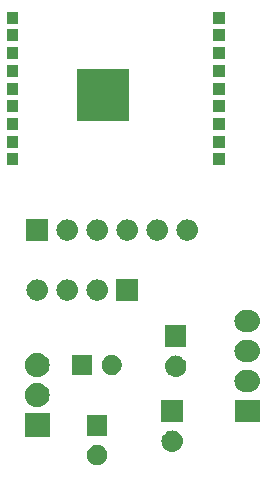
<source format=gbr>
G04 #@! TF.GenerationSoftware,KiCad,Pcbnew,5.0.2+dfsg1-1*
G04 #@! TF.CreationDate,2019-05-02T19:47:23-04:00*
G04 #@! TF.ProjectId,v1,76312e6b-6963-4616-945f-706362585858,rev?*
G04 #@! TF.SameCoordinates,Original*
G04 #@! TF.FileFunction,Soldermask,Bot*
G04 #@! TF.FilePolarity,Negative*
%FSLAX46Y46*%
G04 Gerber Fmt 4.6, Leading zero omitted, Abs format (unit mm)*
G04 Created by KiCad (PCBNEW 5.0.2+dfsg1-1) date Thu 02 May 2019 07:47:23 PM EDT*
%MOMM*%
%LPD*%
G01*
G04 APERTURE LIST*
%ADD10C,0.100000*%
G04 APERTURE END LIST*
D10*
G36*
X112969127Y-124819287D02*
X113123999Y-124883437D01*
X113263380Y-124976569D01*
X113381914Y-125095103D01*
X113475046Y-125234484D01*
X113539196Y-125389356D01*
X113571899Y-125553768D01*
X113571899Y-125721400D01*
X113539196Y-125885812D01*
X113475046Y-126040684D01*
X113381914Y-126180065D01*
X113263380Y-126298599D01*
X113123999Y-126391731D01*
X112969127Y-126455881D01*
X112804715Y-126488584D01*
X112637083Y-126488584D01*
X112472671Y-126455881D01*
X112317799Y-126391731D01*
X112178418Y-126298599D01*
X112059884Y-126180065D01*
X111966752Y-126040684D01*
X111902602Y-125885812D01*
X111869899Y-125721400D01*
X111869899Y-125553768D01*
X111902602Y-125389356D01*
X111966752Y-125234484D01*
X112059884Y-125095103D01*
X112178418Y-124976569D01*
X112317799Y-124883437D01*
X112472671Y-124819287D01*
X112637083Y-124786584D01*
X112804715Y-124786584D01*
X112969127Y-124819287D01*
X112969127Y-124819287D01*
G37*
G36*
X119181341Y-123565518D02*
X119247526Y-123572037D01*
X119360752Y-123606384D01*
X119417366Y-123623557D01*
X119555986Y-123697652D01*
X119573890Y-123707222D01*
X119609628Y-123736552D01*
X119711085Y-123819814D01*
X119794347Y-123921271D01*
X119823677Y-123957009D01*
X119823678Y-123957011D01*
X119907342Y-124113533D01*
X119907342Y-124113534D01*
X119958862Y-124283373D01*
X119976258Y-124460000D01*
X119958862Y-124636627D01*
X119924515Y-124749853D01*
X119907342Y-124806467D01*
X119833247Y-124945087D01*
X119823677Y-124962991D01*
X119812533Y-124976570D01*
X119711085Y-125100186D01*
X119609628Y-125183448D01*
X119573890Y-125212778D01*
X119573888Y-125212779D01*
X119417366Y-125296443D01*
X119360752Y-125313616D01*
X119247526Y-125347963D01*
X119181341Y-125354482D01*
X119115159Y-125361000D01*
X119026639Y-125361000D01*
X118960457Y-125354482D01*
X118894272Y-125347963D01*
X118781046Y-125313616D01*
X118724432Y-125296443D01*
X118567910Y-125212779D01*
X118567908Y-125212778D01*
X118532170Y-125183448D01*
X118430713Y-125100186D01*
X118329265Y-124976570D01*
X118318121Y-124962991D01*
X118308551Y-124945087D01*
X118234456Y-124806467D01*
X118217283Y-124749853D01*
X118182936Y-124636627D01*
X118165540Y-124460000D01*
X118182936Y-124283373D01*
X118234456Y-124113534D01*
X118234456Y-124113533D01*
X118318120Y-123957011D01*
X118318121Y-123957009D01*
X118347451Y-123921271D01*
X118430713Y-123819814D01*
X118532170Y-123736552D01*
X118567908Y-123707222D01*
X118585812Y-123697652D01*
X118724432Y-123623557D01*
X118781046Y-123606384D01*
X118894272Y-123572037D01*
X118960457Y-123565518D01*
X119026639Y-123559000D01*
X119115159Y-123559000D01*
X119181341Y-123565518D01*
X119181341Y-123565518D01*
G37*
G36*
X108691899Y-124101084D02*
X106589899Y-124101084D01*
X106589899Y-122094084D01*
X108691899Y-122094084D01*
X108691899Y-124101084D01*
X108691899Y-124101084D01*
G37*
G36*
X113571899Y-123988584D02*
X111869899Y-123988584D01*
X111869899Y-122286584D01*
X113571899Y-122286584D01*
X113571899Y-123988584D01*
X113571899Y-123988584D01*
G37*
G36*
X126487899Y-122834600D02*
X124353899Y-122834600D01*
X124353899Y-121005400D01*
X126487899Y-121005400D01*
X126487899Y-122834600D01*
X126487899Y-122834600D01*
G37*
G36*
X119971899Y-122821000D02*
X118169899Y-122821000D01*
X118169899Y-121019000D01*
X119971899Y-121019000D01*
X119971899Y-122821000D01*
X119971899Y-122821000D01*
G37*
G36*
X107790582Y-119559293D02*
X107885119Y-119568604D01*
X108074280Y-119625985D01*
X108248611Y-119719167D01*
X108401414Y-119844569D01*
X108526816Y-119997372D01*
X108619998Y-120171703D01*
X108677379Y-120360864D01*
X108696754Y-120557584D01*
X108677379Y-120754304D01*
X108619998Y-120943465D01*
X108526816Y-121117796D01*
X108401414Y-121270599D01*
X108248611Y-121396001D01*
X108074280Y-121489183D01*
X107885119Y-121546564D01*
X107796663Y-121555276D01*
X107737695Y-121561084D01*
X107544103Y-121561084D01*
X107485135Y-121555276D01*
X107396679Y-121546564D01*
X107207518Y-121489183D01*
X107033187Y-121396001D01*
X106880384Y-121270599D01*
X106754982Y-121117796D01*
X106661800Y-120943465D01*
X106604419Y-120754304D01*
X106585044Y-120557584D01*
X106604419Y-120360864D01*
X106661800Y-120171703D01*
X106754982Y-119997372D01*
X106880384Y-119844569D01*
X107033187Y-119719167D01*
X107207518Y-119625985D01*
X107396679Y-119568604D01*
X107491216Y-119559293D01*
X107544103Y-119554084D01*
X107737695Y-119554084D01*
X107790582Y-119559293D01*
X107790582Y-119559293D01*
G37*
G36*
X125752593Y-118478633D02*
X125924993Y-118530931D01*
X125924995Y-118530932D01*
X126083882Y-118615859D01*
X126223148Y-118730151D01*
X126331992Y-118862778D01*
X126337439Y-118869416D01*
X126422368Y-119028306D01*
X126474666Y-119200706D01*
X126492324Y-119380000D01*
X126474666Y-119559294D01*
X126426168Y-119719167D01*
X126422367Y-119731696D01*
X126337440Y-119890583D01*
X126223148Y-120029849D01*
X126083882Y-120144141D01*
X126032317Y-120171703D01*
X125924993Y-120229069D01*
X125752593Y-120281367D01*
X125618230Y-120294600D01*
X125223568Y-120294600D01*
X125089205Y-120281367D01*
X124916805Y-120229069D01*
X124809481Y-120171703D01*
X124757916Y-120144141D01*
X124618650Y-120029849D01*
X124504358Y-119890583D01*
X124419431Y-119731696D01*
X124415630Y-119719167D01*
X124367132Y-119559294D01*
X124349474Y-119380000D01*
X124367132Y-119200706D01*
X124419430Y-119028306D01*
X124504359Y-118869416D01*
X124509807Y-118862778D01*
X124618650Y-118730151D01*
X124757916Y-118615859D01*
X124916803Y-118530932D01*
X124916805Y-118530931D01*
X125089205Y-118478633D01*
X125223568Y-118465400D01*
X125618230Y-118465400D01*
X125752593Y-118478633D01*
X125752593Y-118478633D01*
G37*
G36*
X107790582Y-117019293D02*
X107885119Y-117028604D01*
X108074280Y-117085985D01*
X108248611Y-117179167D01*
X108401414Y-117304569D01*
X108526816Y-117457372D01*
X108619998Y-117631703D01*
X108677379Y-117820864D01*
X108696754Y-118017584D01*
X108677379Y-118214304D01*
X108619998Y-118403465D01*
X108526816Y-118577796D01*
X108401414Y-118730599D01*
X108248611Y-118856001D01*
X108074280Y-118949183D01*
X107885119Y-119006564D01*
X107796663Y-119015276D01*
X107737695Y-119021084D01*
X107544103Y-119021084D01*
X107485135Y-119015276D01*
X107396679Y-119006564D01*
X107207518Y-118949183D01*
X107033187Y-118856001D01*
X106880384Y-118730599D01*
X106754982Y-118577796D01*
X106661800Y-118403465D01*
X106604419Y-118214304D01*
X106585044Y-118017584D01*
X106604419Y-117820864D01*
X106661800Y-117631703D01*
X106754982Y-117457372D01*
X106880384Y-117304569D01*
X107033187Y-117179167D01*
X107207518Y-117085985D01*
X107396679Y-117028604D01*
X107491216Y-117019293D01*
X107544103Y-117014084D01*
X107737695Y-117014084D01*
X107790582Y-117019293D01*
X107790582Y-117019293D01*
G37*
G36*
X119490443Y-117215519D02*
X119556627Y-117222037D01*
X119669853Y-117256384D01*
X119726467Y-117273557D01*
X119865087Y-117347652D01*
X119882991Y-117357222D01*
X119918729Y-117386552D01*
X120020186Y-117469814D01*
X120103448Y-117571271D01*
X120132778Y-117607009D01*
X120142348Y-117624913D01*
X120216443Y-117763533D01*
X120216443Y-117763534D01*
X120267963Y-117933373D01*
X120285359Y-118110000D01*
X120267963Y-118286627D01*
X120233616Y-118399853D01*
X120216443Y-118456467D01*
X120176640Y-118530932D01*
X120132778Y-118612991D01*
X120130424Y-118615859D01*
X120020186Y-118750186D01*
X119918729Y-118833448D01*
X119882991Y-118862778D01*
X119882989Y-118862779D01*
X119726467Y-118946443D01*
X119669853Y-118963616D01*
X119556627Y-118997963D01*
X119490443Y-119004481D01*
X119424260Y-119011000D01*
X119335740Y-119011000D01*
X119269557Y-119004481D01*
X119203373Y-118997963D01*
X119090147Y-118963616D01*
X119033533Y-118946443D01*
X118877011Y-118862779D01*
X118877009Y-118862778D01*
X118841271Y-118833448D01*
X118739814Y-118750186D01*
X118629576Y-118615859D01*
X118627222Y-118612991D01*
X118583360Y-118530932D01*
X118543557Y-118456467D01*
X118526384Y-118399853D01*
X118492037Y-118286627D01*
X118474641Y-118110000D01*
X118492037Y-117933373D01*
X118543557Y-117763534D01*
X118543557Y-117763533D01*
X118617652Y-117624913D01*
X118627222Y-117607009D01*
X118656552Y-117571271D01*
X118739814Y-117469814D01*
X118841271Y-117386552D01*
X118877009Y-117357222D01*
X118894913Y-117347652D01*
X119033533Y-117273557D01*
X119090147Y-117256384D01*
X119203373Y-117222037D01*
X119269557Y-117215519D01*
X119335740Y-117209000D01*
X119424260Y-117209000D01*
X119490443Y-117215519D01*
X119490443Y-117215519D01*
G37*
G36*
X114199127Y-117199287D02*
X114353999Y-117263437D01*
X114493380Y-117356569D01*
X114611914Y-117475103D01*
X114705046Y-117614484D01*
X114769196Y-117769356D01*
X114801899Y-117933768D01*
X114801899Y-118101400D01*
X114769196Y-118265812D01*
X114705046Y-118420684D01*
X114611914Y-118560065D01*
X114493380Y-118678599D01*
X114353999Y-118771731D01*
X114199127Y-118835881D01*
X114034715Y-118868584D01*
X113867083Y-118868584D01*
X113702671Y-118835881D01*
X113547799Y-118771731D01*
X113408418Y-118678599D01*
X113289884Y-118560065D01*
X113196752Y-118420684D01*
X113132602Y-118265812D01*
X113099899Y-118101400D01*
X113099899Y-117933768D01*
X113132602Y-117769356D01*
X113196752Y-117614484D01*
X113289884Y-117475103D01*
X113408418Y-117356569D01*
X113547799Y-117263437D01*
X113702671Y-117199287D01*
X113867083Y-117166584D01*
X114034715Y-117166584D01*
X114199127Y-117199287D01*
X114199127Y-117199287D01*
G37*
G36*
X112301899Y-118868584D02*
X110599899Y-118868584D01*
X110599899Y-117166584D01*
X112301899Y-117166584D01*
X112301899Y-118868584D01*
X112301899Y-118868584D01*
G37*
G36*
X125752593Y-115938633D02*
X125924993Y-115990931D01*
X125924995Y-115990932D01*
X126083882Y-116075859D01*
X126083884Y-116075860D01*
X126083883Y-116075860D01*
X126223148Y-116190151D01*
X126337439Y-116329416D01*
X126422368Y-116488306D01*
X126474666Y-116660706D01*
X126492324Y-116840000D01*
X126474666Y-117019294D01*
X126429985Y-117166584D01*
X126422367Y-117191696D01*
X126337440Y-117350583D01*
X126223148Y-117489849D01*
X126083882Y-117604141D01*
X126032317Y-117631703D01*
X125924993Y-117689069D01*
X125752593Y-117741367D01*
X125618230Y-117754600D01*
X125223568Y-117754600D01*
X125089205Y-117741367D01*
X124916805Y-117689069D01*
X124809481Y-117631703D01*
X124757916Y-117604141D01*
X124618650Y-117489849D01*
X124504358Y-117350583D01*
X124419431Y-117191696D01*
X124411813Y-117166584D01*
X124367132Y-117019294D01*
X124349474Y-116840000D01*
X124367132Y-116660706D01*
X124419430Y-116488306D01*
X124504359Y-116329416D01*
X124618650Y-116190151D01*
X124757915Y-116075860D01*
X124757914Y-116075860D01*
X124757916Y-116075859D01*
X124916803Y-115990932D01*
X124916805Y-115990931D01*
X125089205Y-115938633D01*
X125223568Y-115925400D01*
X125618230Y-115925400D01*
X125752593Y-115938633D01*
X125752593Y-115938633D01*
G37*
G36*
X120281000Y-116471000D02*
X118479000Y-116471000D01*
X118479000Y-114669000D01*
X120281000Y-114669000D01*
X120281000Y-116471000D01*
X120281000Y-116471000D01*
G37*
G36*
X125752593Y-113398633D02*
X125924993Y-113450931D01*
X125924995Y-113450932D01*
X126083882Y-113535859D01*
X126083884Y-113535860D01*
X126083883Y-113535860D01*
X126223148Y-113650151D01*
X126337439Y-113789416D01*
X126422368Y-113948306D01*
X126474666Y-114120706D01*
X126492324Y-114300000D01*
X126474666Y-114479294D01*
X126422368Y-114651694D01*
X126422367Y-114651696D01*
X126337440Y-114810583D01*
X126223148Y-114949849D01*
X126083882Y-115064141D01*
X125924995Y-115149068D01*
X125924993Y-115149069D01*
X125752593Y-115201367D01*
X125618230Y-115214600D01*
X125223568Y-115214600D01*
X125089205Y-115201367D01*
X124916805Y-115149069D01*
X124916803Y-115149068D01*
X124757916Y-115064141D01*
X124618650Y-114949849D01*
X124504358Y-114810583D01*
X124419431Y-114651696D01*
X124419430Y-114651694D01*
X124367132Y-114479294D01*
X124349474Y-114300000D01*
X124367132Y-114120706D01*
X124419430Y-113948306D01*
X124504359Y-113789416D01*
X124618650Y-113650151D01*
X124757915Y-113535860D01*
X124757914Y-113535860D01*
X124757916Y-113535859D01*
X124916803Y-113450932D01*
X124916805Y-113450931D01*
X125089205Y-113398633D01*
X125223568Y-113385400D01*
X125618230Y-113385400D01*
X125752593Y-113398633D01*
X125752593Y-113398633D01*
G37*
G36*
X116161899Y-112568584D02*
X114359899Y-112568584D01*
X114359899Y-110766584D01*
X116161899Y-110766584D01*
X116161899Y-112568584D01*
X116161899Y-112568584D01*
G37*
G36*
X112831341Y-110773102D02*
X112897526Y-110779621D01*
X113010752Y-110813968D01*
X113067366Y-110831141D01*
X113205986Y-110905236D01*
X113223890Y-110914806D01*
X113259628Y-110944136D01*
X113361085Y-111027398D01*
X113444347Y-111128855D01*
X113473677Y-111164593D01*
X113473678Y-111164595D01*
X113557342Y-111321117D01*
X113557342Y-111321118D01*
X113608862Y-111490957D01*
X113626258Y-111667584D01*
X113608862Y-111844211D01*
X113574515Y-111957437D01*
X113557342Y-112014051D01*
X113483247Y-112152671D01*
X113473677Y-112170575D01*
X113444347Y-112206313D01*
X113361085Y-112307770D01*
X113259628Y-112391032D01*
X113223890Y-112420362D01*
X113223888Y-112420363D01*
X113067366Y-112504027D01*
X113010752Y-112521200D01*
X112897526Y-112555547D01*
X112831342Y-112562065D01*
X112765159Y-112568584D01*
X112676639Y-112568584D01*
X112610456Y-112562065D01*
X112544272Y-112555547D01*
X112431046Y-112521200D01*
X112374432Y-112504027D01*
X112217910Y-112420363D01*
X112217908Y-112420362D01*
X112182170Y-112391032D01*
X112080713Y-112307770D01*
X111997451Y-112206313D01*
X111968121Y-112170575D01*
X111958551Y-112152671D01*
X111884456Y-112014051D01*
X111867283Y-111957437D01*
X111832936Y-111844211D01*
X111815540Y-111667584D01*
X111832936Y-111490957D01*
X111884456Y-111321118D01*
X111884456Y-111321117D01*
X111968120Y-111164595D01*
X111968121Y-111164593D01*
X111997451Y-111128855D01*
X112080713Y-111027398D01*
X112182170Y-110944136D01*
X112217908Y-110914806D01*
X112235812Y-110905236D01*
X112374432Y-110831141D01*
X112431046Y-110813968D01*
X112544272Y-110779621D01*
X112610457Y-110773102D01*
X112676639Y-110766584D01*
X112765159Y-110766584D01*
X112831341Y-110773102D01*
X112831341Y-110773102D01*
G37*
G36*
X107751341Y-110773102D02*
X107817526Y-110779621D01*
X107930752Y-110813968D01*
X107987366Y-110831141D01*
X108125986Y-110905236D01*
X108143890Y-110914806D01*
X108179628Y-110944136D01*
X108281085Y-111027398D01*
X108364347Y-111128855D01*
X108393677Y-111164593D01*
X108393678Y-111164595D01*
X108477342Y-111321117D01*
X108477342Y-111321118D01*
X108528862Y-111490957D01*
X108546258Y-111667584D01*
X108528862Y-111844211D01*
X108494515Y-111957437D01*
X108477342Y-112014051D01*
X108403247Y-112152671D01*
X108393677Y-112170575D01*
X108364347Y-112206313D01*
X108281085Y-112307770D01*
X108179628Y-112391032D01*
X108143890Y-112420362D01*
X108143888Y-112420363D01*
X107987366Y-112504027D01*
X107930752Y-112521200D01*
X107817526Y-112555547D01*
X107751342Y-112562065D01*
X107685159Y-112568584D01*
X107596639Y-112568584D01*
X107530456Y-112562065D01*
X107464272Y-112555547D01*
X107351046Y-112521200D01*
X107294432Y-112504027D01*
X107137910Y-112420363D01*
X107137908Y-112420362D01*
X107102170Y-112391032D01*
X107000713Y-112307770D01*
X106917451Y-112206313D01*
X106888121Y-112170575D01*
X106878551Y-112152671D01*
X106804456Y-112014051D01*
X106787283Y-111957437D01*
X106752936Y-111844211D01*
X106735540Y-111667584D01*
X106752936Y-111490957D01*
X106804456Y-111321118D01*
X106804456Y-111321117D01*
X106888120Y-111164595D01*
X106888121Y-111164593D01*
X106917451Y-111128855D01*
X107000713Y-111027398D01*
X107102170Y-110944136D01*
X107137908Y-110914806D01*
X107155812Y-110905236D01*
X107294432Y-110831141D01*
X107351046Y-110813968D01*
X107464272Y-110779621D01*
X107530457Y-110773102D01*
X107596639Y-110766584D01*
X107685159Y-110766584D01*
X107751341Y-110773102D01*
X107751341Y-110773102D01*
G37*
G36*
X110291341Y-110773102D02*
X110357526Y-110779621D01*
X110470752Y-110813968D01*
X110527366Y-110831141D01*
X110665986Y-110905236D01*
X110683890Y-110914806D01*
X110719628Y-110944136D01*
X110821085Y-111027398D01*
X110904347Y-111128855D01*
X110933677Y-111164593D01*
X110933678Y-111164595D01*
X111017342Y-111321117D01*
X111017342Y-111321118D01*
X111068862Y-111490957D01*
X111086258Y-111667584D01*
X111068862Y-111844211D01*
X111034515Y-111957437D01*
X111017342Y-112014051D01*
X110943247Y-112152671D01*
X110933677Y-112170575D01*
X110904347Y-112206313D01*
X110821085Y-112307770D01*
X110719628Y-112391032D01*
X110683890Y-112420362D01*
X110683888Y-112420363D01*
X110527366Y-112504027D01*
X110470752Y-112521200D01*
X110357526Y-112555547D01*
X110291342Y-112562065D01*
X110225159Y-112568584D01*
X110136639Y-112568584D01*
X110070456Y-112562065D01*
X110004272Y-112555547D01*
X109891046Y-112521200D01*
X109834432Y-112504027D01*
X109677910Y-112420363D01*
X109677908Y-112420362D01*
X109642170Y-112391032D01*
X109540713Y-112307770D01*
X109457451Y-112206313D01*
X109428121Y-112170575D01*
X109418551Y-112152671D01*
X109344456Y-112014051D01*
X109327283Y-111957437D01*
X109292936Y-111844211D01*
X109275540Y-111667584D01*
X109292936Y-111490957D01*
X109344456Y-111321118D01*
X109344456Y-111321117D01*
X109428120Y-111164595D01*
X109428121Y-111164593D01*
X109457451Y-111128855D01*
X109540713Y-111027398D01*
X109642170Y-110944136D01*
X109677908Y-110914806D01*
X109695812Y-110905236D01*
X109834432Y-110831141D01*
X109891046Y-110813968D01*
X110004272Y-110779621D01*
X110070457Y-110773102D01*
X110136639Y-110766584D01*
X110225159Y-110766584D01*
X110291341Y-110773102D01*
X110291341Y-110773102D01*
G37*
G36*
X117911341Y-105693102D02*
X117977526Y-105699621D01*
X118090752Y-105733968D01*
X118147366Y-105751141D01*
X118285986Y-105825236D01*
X118303890Y-105834806D01*
X118339628Y-105864136D01*
X118441085Y-105947398D01*
X118524347Y-106048855D01*
X118553677Y-106084593D01*
X118553678Y-106084595D01*
X118637342Y-106241117D01*
X118637342Y-106241118D01*
X118688862Y-106410957D01*
X118706258Y-106587584D01*
X118688862Y-106764211D01*
X118654515Y-106877437D01*
X118637342Y-106934051D01*
X118563247Y-107072671D01*
X118553677Y-107090575D01*
X118524347Y-107126313D01*
X118441085Y-107227770D01*
X118339628Y-107311032D01*
X118303890Y-107340362D01*
X118303888Y-107340363D01*
X118147366Y-107424027D01*
X118090752Y-107441200D01*
X117977526Y-107475547D01*
X117911341Y-107482066D01*
X117845159Y-107488584D01*
X117756639Y-107488584D01*
X117690457Y-107482066D01*
X117624272Y-107475547D01*
X117511046Y-107441200D01*
X117454432Y-107424027D01*
X117297910Y-107340363D01*
X117297908Y-107340362D01*
X117262170Y-107311032D01*
X117160713Y-107227770D01*
X117077451Y-107126313D01*
X117048121Y-107090575D01*
X117038551Y-107072671D01*
X116964456Y-106934051D01*
X116947283Y-106877437D01*
X116912936Y-106764211D01*
X116895540Y-106587584D01*
X116912936Y-106410957D01*
X116964456Y-106241118D01*
X116964456Y-106241117D01*
X117048120Y-106084595D01*
X117048121Y-106084593D01*
X117077451Y-106048855D01*
X117160713Y-105947398D01*
X117262170Y-105864136D01*
X117297908Y-105834806D01*
X117315812Y-105825236D01*
X117454432Y-105751141D01*
X117511046Y-105733968D01*
X117624272Y-105699621D01*
X117690457Y-105693102D01*
X117756639Y-105686584D01*
X117845159Y-105686584D01*
X117911341Y-105693102D01*
X117911341Y-105693102D01*
G37*
G36*
X115371341Y-105693102D02*
X115437526Y-105699621D01*
X115550752Y-105733968D01*
X115607366Y-105751141D01*
X115745986Y-105825236D01*
X115763890Y-105834806D01*
X115799628Y-105864136D01*
X115901085Y-105947398D01*
X115984347Y-106048855D01*
X116013677Y-106084593D01*
X116013678Y-106084595D01*
X116097342Y-106241117D01*
X116097342Y-106241118D01*
X116148862Y-106410957D01*
X116166258Y-106587584D01*
X116148862Y-106764211D01*
X116114515Y-106877437D01*
X116097342Y-106934051D01*
X116023247Y-107072671D01*
X116013677Y-107090575D01*
X115984347Y-107126313D01*
X115901085Y-107227770D01*
X115799628Y-107311032D01*
X115763890Y-107340362D01*
X115763888Y-107340363D01*
X115607366Y-107424027D01*
X115550752Y-107441200D01*
X115437526Y-107475547D01*
X115371341Y-107482066D01*
X115305159Y-107488584D01*
X115216639Y-107488584D01*
X115150457Y-107482066D01*
X115084272Y-107475547D01*
X114971046Y-107441200D01*
X114914432Y-107424027D01*
X114757910Y-107340363D01*
X114757908Y-107340362D01*
X114722170Y-107311032D01*
X114620713Y-107227770D01*
X114537451Y-107126313D01*
X114508121Y-107090575D01*
X114498551Y-107072671D01*
X114424456Y-106934051D01*
X114407283Y-106877437D01*
X114372936Y-106764211D01*
X114355540Y-106587584D01*
X114372936Y-106410957D01*
X114424456Y-106241118D01*
X114424456Y-106241117D01*
X114508120Y-106084595D01*
X114508121Y-106084593D01*
X114537451Y-106048855D01*
X114620713Y-105947398D01*
X114722170Y-105864136D01*
X114757908Y-105834806D01*
X114775812Y-105825236D01*
X114914432Y-105751141D01*
X114971046Y-105733968D01*
X115084272Y-105699621D01*
X115150457Y-105693102D01*
X115216639Y-105686584D01*
X115305159Y-105686584D01*
X115371341Y-105693102D01*
X115371341Y-105693102D01*
G37*
G36*
X112831341Y-105693102D02*
X112897526Y-105699621D01*
X113010752Y-105733968D01*
X113067366Y-105751141D01*
X113205986Y-105825236D01*
X113223890Y-105834806D01*
X113259628Y-105864136D01*
X113361085Y-105947398D01*
X113444347Y-106048855D01*
X113473677Y-106084593D01*
X113473678Y-106084595D01*
X113557342Y-106241117D01*
X113557342Y-106241118D01*
X113608862Y-106410957D01*
X113626258Y-106587584D01*
X113608862Y-106764211D01*
X113574515Y-106877437D01*
X113557342Y-106934051D01*
X113483247Y-107072671D01*
X113473677Y-107090575D01*
X113444347Y-107126313D01*
X113361085Y-107227770D01*
X113259628Y-107311032D01*
X113223890Y-107340362D01*
X113223888Y-107340363D01*
X113067366Y-107424027D01*
X113010752Y-107441200D01*
X112897526Y-107475547D01*
X112831341Y-107482066D01*
X112765159Y-107488584D01*
X112676639Y-107488584D01*
X112610457Y-107482066D01*
X112544272Y-107475547D01*
X112431046Y-107441200D01*
X112374432Y-107424027D01*
X112217910Y-107340363D01*
X112217908Y-107340362D01*
X112182170Y-107311032D01*
X112080713Y-107227770D01*
X111997451Y-107126313D01*
X111968121Y-107090575D01*
X111958551Y-107072671D01*
X111884456Y-106934051D01*
X111867283Y-106877437D01*
X111832936Y-106764211D01*
X111815540Y-106587584D01*
X111832936Y-106410957D01*
X111884456Y-106241118D01*
X111884456Y-106241117D01*
X111968120Y-106084595D01*
X111968121Y-106084593D01*
X111997451Y-106048855D01*
X112080713Y-105947398D01*
X112182170Y-105864136D01*
X112217908Y-105834806D01*
X112235812Y-105825236D01*
X112374432Y-105751141D01*
X112431046Y-105733968D01*
X112544272Y-105699621D01*
X112610457Y-105693102D01*
X112676639Y-105686584D01*
X112765159Y-105686584D01*
X112831341Y-105693102D01*
X112831341Y-105693102D01*
G37*
G36*
X108541899Y-107488584D02*
X106739899Y-107488584D01*
X106739899Y-105686584D01*
X108541899Y-105686584D01*
X108541899Y-107488584D01*
X108541899Y-107488584D01*
G37*
G36*
X120451341Y-105693102D02*
X120517526Y-105699621D01*
X120630752Y-105733968D01*
X120687366Y-105751141D01*
X120825986Y-105825236D01*
X120843890Y-105834806D01*
X120879628Y-105864136D01*
X120981085Y-105947398D01*
X121064347Y-106048855D01*
X121093677Y-106084593D01*
X121093678Y-106084595D01*
X121177342Y-106241117D01*
X121177342Y-106241118D01*
X121228862Y-106410957D01*
X121246258Y-106587584D01*
X121228862Y-106764211D01*
X121194515Y-106877437D01*
X121177342Y-106934051D01*
X121103247Y-107072671D01*
X121093677Y-107090575D01*
X121064347Y-107126313D01*
X120981085Y-107227770D01*
X120879628Y-107311032D01*
X120843890Y-107340362D01*
X120843888Y-107340363D01*
X120687366Y-107424027D01*
X120630752Y-107441200D01*
X120517526Y-107475547D01*
X120451341Y-107482066D01*
X120385159Y-107488584D01*
X120296639Y-107488584D01*
X120230457Y-107482066D01*
X120164272Y-107475547D01*
X120051046Y-107441200D01*
X119994432Y-107424027D01*
X119837910Y-107340363D01*
X119837908Y-107340362D01*
X119802170Y-107311032D01*
X119700713Y-107227770D01*
X119617451Y-107126313D01*
X119588121Y-107090575D01*
X119578551Y-107072671D01*
X119504456Y-106934051D01*
X119487283Y-106877437D01*
X119452936Y-106764211D01*
X119435540Y-106587584D01*
X119452936Y-106410957D01*
X119504456Y-106241118D01*
X119504456Y-106241117D01*
X119588120Y-106084595D01*
X119588121Y-106084593D01*
X119617451Y-106048855D01*
X119700713Y-105947398D01*
X119802170Y-105864136D01*
X119837908Y-105834806D01*
X119855812Y-105825236D01*
X119994432Y-105751141D01*
X120051046Y-105733968D01*
X120164272Y-105699621D01*
X120230457Y-105693102D01*
X120296639Y-105686584D01*
X120385159Y-105686584D01*
X120451341Y-105693102D01*
X120451341Y-105693102D01*
G37*
G36*
X110291341Y-105693102D02*
X110357526Y-105699621D01*
X110470752Y-105733968D01*
X110527366Y-105751141D01*
X110665986Y-105825236D01*
X110683890Y-105834806D01*
X110719628Y-105864136D01*
X110821085Y-105947398D01*
X110904347Y-106048855D01*
X110933677Y-106084593D01*
X110933678Y-106084595D01*
X111017342Y-106241117D01*
X111017342Y-106241118D01*
X111068862Y-106410957D01*
X111086258Y-106587584D01*
X111068862Y-106764211D01*
X111034515Y-106877437D01*
X111017342Y-106934051D01*
X110943247Y-107072671D01*
X110933677Y-107090575D01*
X110904347Y-107126313D01*
X110821085Y-107227770D01*
X110719628Y-107311032D01*
X110683890Y-107340362D01*
X110683888Y-107340363D01*
X110527366Y-107424027D01*
X110470752Y-107441200D01*
X110357526Y-107475547D01*
X110291341Y-107482066D01*
X110225159Y-107488584D01*
X110136639Y-107488584D01*
X110070457Y-107482066D01*
X110004272Y-107475547D01*
X109891046Y-107441200D01*
X109834432Y-107424027D01*
X109677910Y-107340363D01*
X109677908Y-107340362D01*
X109642170Y-107311032D01*
X109540713Y-107227770D01*
X109457451Y-107126313D01*
X109428121Y-107090575D01*
X109418551Y-107072671D01*
X109344456Y-106934051D01*
X109327283Y-106877437D01*
X109292936Y-106764211D01*
X109275540Y-106587584D01*
X109292936Y-106410957D01*
X109344456Y-106241118D01*
X109344456Y-106241117D01*
X109428120Y-106084595D01*
X109428121Y-106084593D01*
X109457451Y-106048855D01*
X109540713Y-105947398D01*
X109642170Y-105864136D01*
X109677908Y-105834806D01*
X109695812Y-105825236D01*
X109834432Y-105751141D01*
X109891046Y-105733968D01*
X110004272Y-105699621D01*
X110070457Y-105693102D01*
X110136639Y-105686584D01*
X110225159Y-105686584D01*
X110291341Y-105693102D01*
X110291341Y-105693102D01*
G37*
G36*
X123513500Y-101122250D02*
X122561500Y-101122250D01*
X122561500Y-100107750D01*
X123513500Y-100107750D01*
X123513500Y-101122250D01*
X123513500Y-101122250D01*
G37*
G36*
X106038500Y-101122250D02*
X105086500Y-101122250D01*
X105086500Y-100107750D01*
X106038500Y-100107750D01*
X106038500Y-101122250D01*
X106038500Y-101122250D01*
G37*
G36*
X106038500Y-99622250D02*
X105086500Y-99622250D01*
X105086500Y-98607750D01*
X106038500Y-98607750D01*
X106038500Y-99622250D01*
X106038500Y-99622250D01*
G37*
G36*
X123513500Y-99622250D02*
X122561500Y-99622250D01*
X122561500Y-98607750D01*
X123513500Y-98607750D01*
X123513500Y-99622250D01*
X123513500Y-99622250D01*
G37*
G36*
X106038500Y-98122250D02*
X105086500Y-98122250D01*
X105086500Y-97107750D01*
X106038500Y-97107750D01*
X106038500Y-98122250D01*
X106038500Y-98122250D01*
G37*
G36*
X123513500Y-98122250D02*
X122561500Y-98122250D01*
X122561500Y-97107750D01*
X123513500Y-97107750D01*
X123513500Y-98122250D01*
X123513500Y-98122250D01*
G37*
G36*
X115381000Y-97396000D02*
X110979000Y-97396000D01*
X110979000Y-92994000D01*
X115381000Y-92994000D01*
X115381000Y-97396000D01*
X115381000Y-97396000D01*
G37*
G36*
X106038500Y-96622250D02*
X105086500Y-96622250D01*
X105086500Y-95607750D01*
X106038500Y-95607750D01*
X106038500Y-96622250D01*
X106038500Y-96622250D01*
G37*
G36*
X123513500Y-96622250D02*
X122561500Y-96622250D01*
X122561500Y-95607750D01*
X123513500Y-95607750D01*
X123513500Y-96622250D01*
X123513500Y-96622250D01*
G37*
G36*
X123513500Y-95122250D02*
X122561500Y-95122250D01*
X122561500Y-94107750D01*
X123513500Y-94107750D01*
X123513500Y-95122250D01*
X123513500Y-95122250D01*
G37*
G36*
X106038500Y-95122250D02*
X105086500Y-95122250D01*
X105086500Y-94107750D01*
X106038500Y-94107750D01*
X106038500Y-95122250D01*
X106038500Y-95122250D01*
G37*
G36*
X106038500Y-93622250D02*
X105086500Y-93622250D01*
X105086500Y-92607750D01*
X106038500Y-92607750D01*
X106038500Y-93622250D01*
X106038500Y-93622250D01*
G37*
G36*
X123513500Y-93622250D02*
X122561500Y-93622250D01*
X122561500Y-92607750D01*
X123513500Y-92607750D01*
X123513500Y-93622250D01*
X123513500Y-93622250D01*
G37*
G36*
X106038500Y-92122250D02*
X105086500Y-92122250D01*
X105086500Y-91107750D01*
X106038500Y-91107750D01*
X106038500Y-92122250D01*
X106038500Y-92122250D01*
G37*
G36*
X123513500Y-92122250D02*
X122561500Y-92122250D01*
X122561500Y-91107750D01*
X123513500Y-91107750D01*
X123513500Y-92122250D01*
X123513500Y-92122250D01*
G37*
G36*
X123513500Y-90622250D02*
X122561500Y-90622250D01*
X122561500Y-89607750D01*
X123513500Y-89607750D01*
X123513500Y-90622250D01*
X123513500Y-90622250D01*
G37*
G36*
X106038500Y-90622250D02*
X105086500Y-90622250D01*
X105086500Y-89607750D01*
X106038500Y-89607750D01*
X106038500Y-90622250D01*
X106038500Y-90622250D01*
G37*
G36*
X123513500Y-89122250D02*
X122561500Y-89122250D01*
X122561500Y-88107750D01*
X123513500Y-88107750D01*
X123513500Y-89122250D01*
X123513500Y-89122250D01*
G37*
G36*
X106038500Y-89122250D02*
X105086500Y-89122250D01*
X105086500Y-88107750D01*
X106038500Y-88107750D01*
X106038500Y-89122250D01*
X106038500Y-89122250D01*
G37*
M02*

</source>
